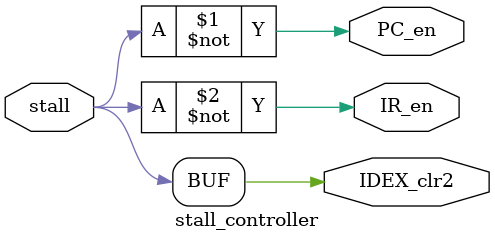
<source format=v>
`timescale 1ns / 1ns
module stall_controller(
    input stall,
    output PC_en,
    output IR_en,
    output IDEX_clr2
    );
	 
	 assign PC_en = ~stall;
	 assign IR_en = ~stall;
	 assign IDEX_clr2 = stall;


endmodule


</source>
